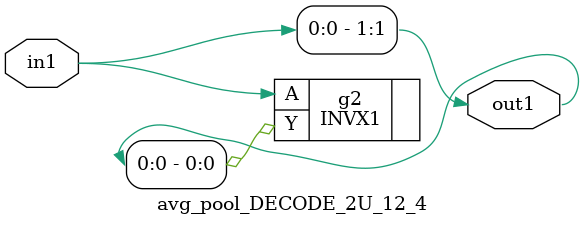
<source format=v>
`timescale 1ps / 1ps


module avg_pool_DECODE_2U_12_4(in1, out1);
  input in1;
  output [1:0] out1;
  wire in1;
  wire [1:0] out1;
  assign out1[1] = in1;
  INVX1 g2(.A (in1), .Y (out1[0]));
endmodule



</source>
